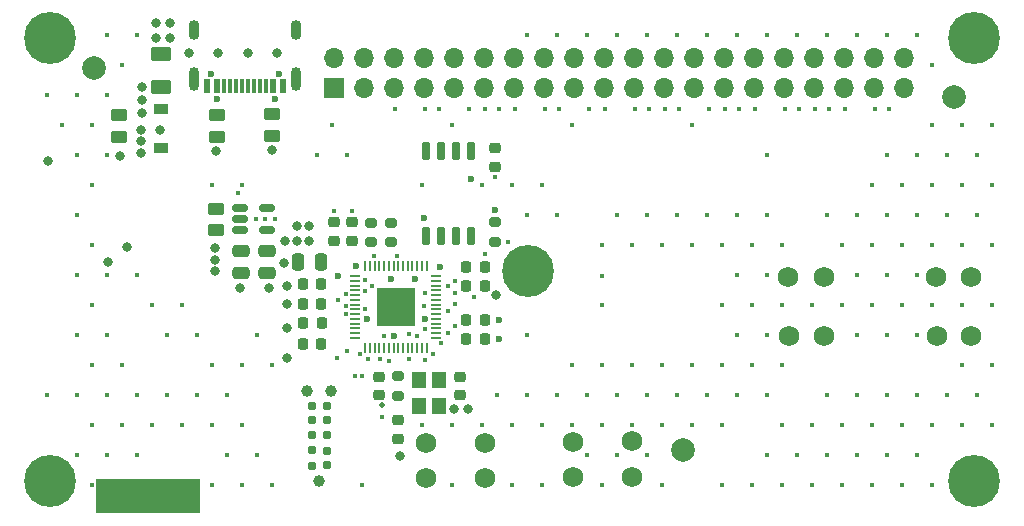
<source format=gbr>
%TF.GenerationSoftware,KiCad,Pcbnew,(6.0.6)*%
%TF.CreationDate,2022-07-20T13:38:39+10:00*%
%TF.ProjectId,SolderingInduction,536f6c64-6572-4696-9e67-496e64756374,3.5.0*%
%TF.SameCoordinates,Original*%
%TF.FileFunction,Soldermask,Bot*%
%TF.FilePolarity,Negative*%
%FSLAX46Y46*%
G04 Gerber Fmt 4.6, Leading zero omitted, Abs format (unit mm)*
G04 Created by KiCad (PCBNEW (6.0.6)) date 2022-07-20 13:38:39*
%MOMM*%
%LPD*%
G01*
G04 APERTURE LIST*
G04 Aperture macros list*
%AMRoundRect*
0 Rectangle with rounded corners*
0 $1 Rounding radius*
0 $2 $3 $4 $5 $6 $7 $8 $9 X,Y pos of 4 corners*
0 Add a 4 corners polygon primitive as box body*
4,1,4,$2,$3,$4,$5,$6,$7,$8,$9,$2,$3,0*
0 Add four circle primitives for the rounded corners*
1,1,$1+$1,$2,$3*
1,1,$1+$1,$4,$5*
1,1,$1+$1,$6,$7*
1,1,$1+$1,$8,$9*
0 Add four rect primitives between the rounded corners*
20,1,$1+$1,$2,$3,$4,$5,0*
20,1,$1+$1,$4,$5,$6,$7,0*
20,1,$1+$1,$6,$7,$8,$9,0*
20,1,$1+$1,$8,$9,$2,$3,0*%
G04 Aperture macros list end*
%ADD10C,4.400000*%
%ADD11C,1.750000*%
%ADD12C,0.990600*%
%ADD13C,0.787400*%
%ADD14R,1.700000X1.700000*%
%ADD15O,1.700000X1.700000*%
%ADD16RoundRect,0.200000X-0.275000X0.200000X-0.275000X-0.200000X0.275000X-0.200000X0.275000X0.200000X0*%
%ADD17RoundRect,0.250000X-0.450000X0.262500X-0.450000X-0.262500X0.450000X-0.262500X0.450000X0.262500X0*%
%ADD18RoundRect,0.250000X0.450000X-0.262500X0.450000X0.262500X-0.450000X0.262500X-0.450000X-0.262500X0*%
%ADD19RoundRect,0.225000X-0.250000X0.225000X-0.250000X-0.225000X0.250000X-0.225000X0.250000X0.225000X0*%
%ADD20RoundRect,0.150000X0.150000X-0.650000X0.150000X0.650000X-0.150000X0.650000X-0.150000X-0.650000X0*%
%ADD21RoundRect,0.225000X-0.225000X-0.250000X0.225000X-0.250000X0.225000X0.250000X-0.225000X0.250000X0*%
%ADD22RoundRect,0.225000X0.225000X0.250000X-0.225000X0.250000X-0.225000X-0.250000X0.225000X-0.250000X0*%
%ADD23R,1.200000X1.400000*%
%ADD24RoundRect,0.225000X0.250000X-0.225000X0.250000X0.225000X-0.250000X0.225000X-0.250000X-0.225000X0*%
%ADD25RoundRect,0.250000X-0.475000X0.250000X-0.475000X-0.250000X0.475000X-0.250000X0.475000X0.250000X0*%
%ADD26RoundRect,0.200000X0.275000X-0.200000X0.275000X0.200000X-0.275000X0.200000X-0.275000X-0.200000X0*%
%ADD27R,1.200000X0.900000*%
%ADD28C,2.000000*%
%ADD29RoundRect,0.050000X0.387500X0.050000X-0.387500X0.050000X-0.387500X-0.050000X0.387500X-0.050000X0*%
%ADD30RoundRect,0.050000X0.050000X0.387500X-0.050000X0.387500X-0.050000X-0.387500X0.050000X-0.387500X0*%
%ADD31R,3.200000X3.200000*%
%ADD32C,0.600000*%
%ADD33R,0.600000X1.160000*%
%ADD34R,0.300000X1.160000*%
%ADD35O,0.900000X2.000000*%
%ADD36O,0.900000X1.700000*%
%ADD37RoundRect,0.250000X-0.625000X0.375000X-0.625000X-0.375000X0.625000X-0.375000X0.625000X0.375000X0*%
%ADD38RoundRect,0.150000X-0.512500X-0.150000X0.512500X-0.150000X0.512500X0.150000X-0.512500X0.150000X0*%
%ADD39RoundRect,0.250000X0.250000X0.475000X-0.250000X0.475000X-0.250000X-0.475000X0.250000X-0.475000X0*%
%ADD40C,0.800000*%
%ADD41C,0.450000*%
%ADD42C,0.508000*%
G04 APERTURE END LIST*
G36*
X6625000Y-43050000D02*
G01*
X15425000Y-43050000D01*
X15425000Y-40150000D01*
X6625000Y-40150000D01*
X6625000Y-43050000D01*
G37*
D10*
%TO.C,H2*%
X80975000Y-2800000D03*
%TD*%
D11*
%TO.C,SW8*%
X77775000Y-28050000D03*
X77725000Y-23050000D03*
X80725000Y-23050000D03*
X80725000Y-28050000D03*
%TD*%
D10*
%TO.C,H4*%
X2750000Y-40300000D03*
%TD*%
%TO.C,H3*%
X43225000Y-22550000D03*
%TD*%
D11*
%TO.C,SW7*%
X65275000Y-28050000D03*
X65225000Y-23050000D03*
X68225000Y-23050000D03*
X68225000Y-28050000D03*
%TD*%
D10*
%TO.C,H5*%
X80975000Y-40300000D03*
%TD*%
D11*
%TO.C,SW6*%
X47025000Y-37000000D03*
X52025000Y-36950000D03*
X52025000Y-39950000D03*
X47025000Y-39950000D03*
%TD*%
D10*
%TO.C,H1*%
X2750000Y-2800000D03*
%TD*%
D12*
%TO.C,J2*%
X24509000Y-32640000D03*
X26541000Y-32640000D03*
X25525000Y-40260000D03*
D13*
X26160616Y-38989401D03*
X26160000Y-37720000D03*
X26160616Y-36449401D03*
X26160616Y-35179401D03*
X26160000Y-33910000D03*
X24890000Y-33910000D03*
X24890616Y-35179401D03*
X24890616Y-36449401D03*
X24890616Y-37719401D03*
X24890000Y-38990000D03*
%TD*%
D14*
%TO.C,J3*%
X26800000Y-7025000D03*
D15*
X26800000Y-4485000D03*
X29340000Y-7025000D03*
X29340000Y-4485000D03*
X31880000Y-7025000D03*
X31880000Y-4485000D03*
X34420000Y-7025000D03*
X34420000Y-4485000D03*
X36960000Y-7025000D03*
X36960000Y-4485000D03*
X39500000Y-7025000D03*
X39500000Y-4485000D03*
X42040000Y-7025000D03*
X42040000Y-4485000D03*
X44580000Y-7025000D03*
X44580000Y-4485000D03*
X47120000Y-7025000D03*
X47120000Y-4485000D03*
X49660000Y-7025000D03*
X49660000Y-4485000D03*
X52200000Y-7025000D03*
X52200000Y-4485000D03*
X54740000Y-7025000D03*
X54740000Y-4485000D03*
X57280000Y-7025000D03*
X57280000Y-4485000D03*
X59820000Y-7025000D03*
X59820000Y-4485000D03*
X62360000Y-7025000D03*
X62360000Y-4485000D03*
X64900000Y-7025000D03*
X64900000Y-4485000D03*
X67440000Y-7025000D03*
X67440000Y-4485000D03*
X69980000Y-7025000D03*
X69980000Y-4485000D03*
X72520000Y-7025000D03*
X72520000Y-4485000D03*
X75060000Y-7025000D03*
X75060000Y-4485000D03*
%TD*%
D11*
%TO.C,SW5*%
X39525000Y-37050000D03*
X34525000Y-37100000D03*
X39525000Y-40050000D03*
X34525000Y-40050000D03*
%TD*%
D16*
%TO.C,R3*%
X31625000Y-18425000D03*
X31625000Y-20075000D03*
%TD*%
D17*
%TO.C,R4*%
X21525000Y-9237500D03*
X21525000Y-11062500D03*
%TD*%
D16*
%TO.C,R2*%
X29925000Y-18425000D03*
X29925000Y-20075000D03*
%TD*%
D18*
%TO.C,R8*%
X16743750Y-19062500D03*
X16743750Y-17237500D03*
%TD*%
D19*
%TO.C,C7*%
X40425000Y-12125000D03*
X40425000Y-13675000D03*
%TD*%
D20*
%TO.C,U3*%
X38380000Y-19600000D03*
X37110000Y-19600000D03*
X35840000Y-19600000D03*
X34570000Y-19600000D03*
X34570000Y-12400000D03*
X35840000Y-12400000D03*
X37110000Y-12400000D03*
X38380000Y-12400000D03*
%TD*%
D21*
%TO.C,C14*%
X37980000Y-26660000D03*
X39530000Y-26660000D03*
%TD*%
%TO.C,C18*%
X37975000Y-23750000D03*
X39525000Y-23750000D03*
%TD*%
D22*
%TO.C,C11*%
X25700000Y-25300000D03*
X24150000Y-25300000D03*
%TD*%
%TO.C,C15*%
X25710000Y-26940000D03*
X24160000Y-26940000D03*
%TD*%
D19*
%TO.C,C6*%
X32200000Y-35175000D03*
X32200000Y-36725000D03*
%TD*%
D23*
%TO.C,Y1*%
X35675000Y-31750000D03*
X35675000Y-33950000D03*
X33975000Y-33950000D03*
X33975000Y-31750000D03*
%TD*%
D19*
%TO.C,C5*%
X37425000Y-31475000D03*
X37425000Y-33025000D03*
%TD*%
D24*
%TO.C,C9*%
X28325000Y-19950000D03*
X28325000Y-18400000D03*
%TD*%
D25*
%TO.C,C2*%
X18893750Y-20800000D03*
X18893750Y-22700000D03*
%TD*%
D26*
%TO.C,R6*%
X40425000Y-20025000D03*
X40425000Y-18375000D03*
%TD*%
D16*
%TO.C,R10*%
X32200000Y-31425000D03*
X32200000Y-33075000D03*
%TD*%
D27*
%TO.C,D2*%
X12125000Y-12100000D03*
X12125000Y-8800000D03*
%TD*%
D28*
%TO.C,FID3*%
X6475000Y-5300000D03*
%TD*%
%TO.C,FID1*%
X79225000Y-7800000D03*
%TD*%
D22*
%TO.C,C17*%
X25700000Y-28700000D03*
X24150000Y-28700000D03*
%TD*%
D17*
%TO.C,R7*%
X8550000Y-9337500D03*
X8550000Y-11162500D03*
%TD*%
D25*
%TO.C,C3*%
X21093750Y-20800000D03*
X21093750Y-22700000D03*
%TD*%
D28*
%TO.C,FID2*%
X56325000Y-37650000D03*
%TD*%
D19*
%TO.C,C10*%
X30600000Y-31485000D03*
X30600000Y-33035000D03*
%TD*%
D29*
%TO.C,U4*%
X35440317Y-22972183D03*
X35440317Y-23372183D03*
X35440317Y-23772183D03*
X35440317Y-24172183D03*
X35440317Y-24572183D03*
X35440317Y-24972183D03*
X35440317Y-25372183D03*
X35440317Y-25772183D03*
X35440317Y-26172183D03*
X35440317Y-26572183D03*
X35440317Y-26972183D03*
X35440317Y-27372183D03*
X35440317Y-27772183D03*
X35440317Y-28172183D03*
D30*
X34602817Y-29009683D03*
X34202817Y-29009683D03*
X33802817Y-29009683D03*
X33402817Y-29009683D03*
X33002817Y-29009683D03*
X32602817Y-29009683D03*
X32202817Y-29009683D03*
X31802817Y-29009683D03*
X31402817Y-29009683D03*
X31002817Y-29009683D03*
X30602817Y-29009683D03*
X30202817Y-29009683D03*
X29802817Y-29009683D03*
X29402817Y-29009683D03*
D29*
X28565317Y-28172183D03*
X28565317Y-27772183D03*
X28565317Y-27372183D03*
X28565317Y-26972183D03*
X28565317Y-26572183D03*
X28565317Y-26172183D03*
X28565317Y-25772183D03*
X28565317Y-25372183D03*
X28565317Y-24972183D03*
X28565317Y-24572183D03*
X28565317Y-24172183D03*
X28565317Y-23772183D03*
X28565317Y-23372183D03*
X28565317Y-22972183D03*
D30*
X29402817Y-22134683D03*
X29802817Y-22134683D03*
X30202817Y-22134683D03*
X30602817Y-22134683D03*
X31002817Y-22134683D03*
X31402817Y-22134683D03*
X31802817Y-22134683D03*
X32202817Y-22134683D03*
X32602817Y-22134683D03*
X33002817Y-22134683D03*
X33402817Y-22134683D03*
X33802817Y-22134683D03*
X34202817Y-22134683D03*
X34602817Y-22134683D03*
D31*
X32002817Y-25572183D03*
%TD*%
D32*
%TO.C,J1*%
X16335000Y-5825000D03*
X22115000Y-5825000D03*
D33*
X16025000Y-6885000D03*
X16825000Y-6885000D03*
D34*
X17975000Y-6885000D03*
X18975000Y-6885000D03*
X19475000Y-6885000D03*
X20475000Y-6885000D03*
D33*
X21625000Y-6885000D03*
X22425000Y-6885000D03*
X22425000Y-6885000D03*
X21625000Y-6885000D03*
D34*
X20975000Y-6885000D03*
X19975000Y-6885000D03*
X18475000Y-6885000D03*
X17475000Y-6885000D03*
D33*
X16825000Y-6885000D03*
X16025000Y-6885000D03*
D35*
X14905000Y-6305000D03*
D36*
X14905000Y-2135000D03*
X23545000Y-2135000D03*
D35*
X23545000Y-6305000D03*
%TD*%
D37*
%TO.C,F1*%
X12125000Y-4150000D03*
X12125000Y-6950000D03*
%TD*%
D22*
%TO.C,C12*%
X25700000Y-23650000D03*
X24150000Y-23650000D03*
%TD*%
D21*
%TO.C,C13*%
X37975000Y-22150000D03*
X39525000Y-22150000D03*
%TD*%
%TO.C,C16*%
X37975000Y-28300000D03*
X39525000Y-28300000D03*
%TD*%
D17*
%TO.C,R5*%
X16825000Y-9337500D03*
X16825000Y-11162500D03*
%TD*%
D38*
%TO.C,U1*%
X18806250Y-19050000D03*
X18806250Y-18100000D03*
X18806250Y-17150000D03*
X21081250Y-17150000D03*
X21081250Y-19050000D03*
%TD*%
D39*
%TO.C,C4*%
X25650000Y-21800000D03*
X23750000Y-21800000D03*
%TD*%
D24*
%TO.C,C8*%
X26725000Y-19950000D03*
X26725000Y-18400000D03*
%TD*%
D40*
X24625000Y-18750000D03*
D32*
X31805000Y-27990000D03*
D40*
X24625000Y-19950000D03*
D32*
X35725000Y-22160000D03*
X28585000Y-22130000D03*
X31625000Y-23170000D03*
X27125000Y-22970000D03*
X33600000Y-23175000D03*
D40*
X2525000Y-13250000D03*
D32*
X38325000Y-14750000D03*
D40*
X23625000Y-18750000D03*
D32*
X40425000Y-17380000D03*
D40*
X23625000Y-19950000D03*
X22625000Y-19950000D03*
D32*
X29515000Y-26570000D03*
X34465000Y-26570000D03*
D41*
X27775000Y-25447183D03*
X40745000Y-8775000D03*
D40*
X10475000Y-6950000D03*
X10475000Y-8050000D03*
X10475000Y-9150000D03*
D41*
X27862500Y-29262500D03*
X30625000Y-29950000D03*
X31000000Y-28025000D03*
X30825000Y-34850000D03*
D40*
X21975000Y-4050000D03*
X11650000Y-2800000D03*
D32*
X21800000Y-7925000D03*
D40*
X19475000Y-4050000D03*
X12900000Y-2800000D03*
X16975000Y-4050000D03*
D32*
X16825000Y-7975000D03*
D40*
X12900000Y-1550000D03*
X11650000Y-1550000D03*
X14475000Y-4050000D03*
D41*
X37025000Y-23350000D03*
X31400000Y-30125000D03*
X32125000Y-21250000D03*
X30125000Y-21250000D03*
X45645000Y-33030000D03*
X43110400Y-2547200D03*
X55805000Y-33030000D03*
X6275000Y-10170000D03*
X62155000Y-25410000D03*
X46915000Y-35570000D03*
X46915000Y-10170000D03*
X20245000Y-27950000D03*
X49455000Y-25410000D03*
X10085000Y-2550000D03*
X72315000Y-20330000D03*
X6275000Y-35570000D03*
X33272817Y-24302183D03*
X73585000Y-12710000D03*
X82475000Y-30490000D03*
X53270400Y-2547200D03*
X63425000Y-33030000D03*
X82475000Y-20330000D03*
X41835000Y-35570000D03*
X18975000Y-30490000D03*
X71045000Y-27950000D03*
X48190400Y-2547200D03*
X63425000Y-22870000D03*
X6275000Y-40650000D03*
X25325000Y-12710000D03*
X73585000Y-2550000D03*
X58345000Y-17790000D03*
X50730400Y-2547200D03*
X74855000Y-15250000D03*
X2465000Y-33030000D03*
X74855000Y-40650000D03*
X62155000Y-20330000D03*
X32002817Y-24302183D03*
D40*
X36945000Y-34180000D03*
D41*
X59615000Y-25410000D03*
D40*
X21225000Y-23950000D03*
D41*
X57075000Y-35570000D03*
D40*
X18825000Y-23950000D03*
D41*
X79935000Y-35570000D03*
X28275000Y-17450000D03*
X77395000Y-15250000D03*
X72315000Y-35570000D03*
X10085000Y-38110000D03*
X54535000Y-40650000D03*
X82475000Y-35570000D03*
X54535000Y-20330000D03*
X44375000Y-15250000D03*
X67235000Y-35570000D03*
X30732817Y-26842183D03*
X51995000Y-35570000D03*
X64695000Y-20330000D03*
X79935000Y-15250000D03*
X39295000Y-15250000D03*
X78665000Y-17790000D03*
X48185000Y-38110000D03*
X60885000Y-33030000D03*
X34215000Y-35570000D03*
X12625000Y-33030000D03*
X59615000Y-20330000D03*
X11355000Y-25410000D03*
X36755000Y-35570000D03*
X49455000Y-35570000D03*
X16435000Y-15250000D03*
X21515000Y-30490000D03*
X45650400Y-2547200D03*
X58345000Y-33030000D03*
X16435000Y-40650000D03*
X77395000Y-20330000D03*
X53265000Y-17790000D03*
X69775000Y-35570000D03*
X68515000Y-33030000D03*
X65965000Y-2550000D03*
D40*
X9225000Y-20450000D03*
D41*
X27025000Y-29850000D03*
X8815000Y-30490000D03*
X71045000Y-17790000D03*
X62155000Y-40650000D03*
X77395000Y-25410000D03*
D40*
X22525000Y-21850000D03*
D41*
X60885000Y-17790000D03*
X27865000Y-12710000D03*
D40*
X22825000Y-23750000D03*
D41*
X12625000Y-27950000D03*
X20925000Y-18100000D03*
X63425000Y-38110000D03*
X54535000Y-30490000D03*
X51995000Y-20330000D03*
X29125000Y-31400000D03*
X45645000Y-17790000D03*
X6275000Y-20330000D03*
X26595000Y-10170000D03*
X49455000Y-20330000D03*
X74855000Y-35570000D03*
X57075000Y-10170000D03*
X16435000Y-30490000D03*
X41835000Y-15250000D03*
X60885000Y-2550000D03*
X5005000Y-7630000D03*
X82475000Y-15250000D03*
X76125000Y-17790000D03*
X29135000Y-40650000D03*
X16435000Y-35570000D03*
X31900000Y-8775000D03*
X58350000Y-2550000D03*
X54535000Y-35570000D03*
X67235000Y-40650000D03*
X17705000Y-33030000D03*
X5005000Y-38110000D03*
X17705000Y-38110000D03*
X63425000Y-27950000D03*
X74855000Y-20330000D03*
X33272817Y-25572183D03*
X7555000Y-7630000D03*
X43105000Y-33030000D03*
X28525000Y-31400000D03*
X55805000Y-17790000D03*
X68505000Y-38110000D03*
X78665000Y-12710000D03*
D32*
X40750000Y-28300000D03*
D41*
X34215000Y-15250000D03*
X57075000Y-20330000D03*
X76125000Y-27950000D03*
X33125000Y-29950000D03*
X72315000Y-15250000D03*
X73585000Y-17790000D03*
D40*
X22825000Y-27350000D03*
D41*
X6275000Y-30490000D03*
X5005000Y-27950000D03*
X20245000Y-38110000D03*
X73585000Y-27950000D03*
X64695000Y-40650000D03*
X5005000Y-12710000D03*
D40*
X22825000Y-25350000D03*
D41*
X62155000Y-30490000D03*
X51995000Y-30490000D03*
X49455000Y-30490000D03*
X30732817Y-24302183D03*
X71045000Y-22870000D03*
X71055000Y-33030000D03*
X50725000Y-38110000D03*
X36755000Y-10170000D03*
X57075000Y-30490000D03*
X5005000Y-22870000D03*
X40425000Y-14600000D03*
X71045000Y-2550000D03*
D40*
X32350000Y-38150000D03*
D41*
X5005000Y-33030000D03*
D40*
X21550000Y-12300000D03*
D41*
X18975000Y-40650000D03*
X43105000Y-17790000D03*
X71045000Y-38110000D03*
X79935000Y-10170000D03*
X82475000Y-25410000D03*
D40*
X16800000Y-12400000D03*
D41*
X7545000Y-27950000D03*
X36755000Y-40650000D03*
X63425000Y-2550000D03*
X81205000Y-12710000D03*
X55810400Y-2547200D03*
X15165000Y-33030000D03*
X43105000Y-27950000D03*
X13895000Y-25410000D03*
X50725000Y-33030000D03*
X8815000Y-35570000D03*
X72315000Y-25410000D03*
X77395000Y-5090000D03*
X33272817Y-26842183D03*
X78675000Y-33030000D03*
X18975000Y-15250000D03*
X77395000Y-35570000D03*
X39295000Y-35570000D03*
X72315000Y-40650000D03*
X76125000Y-38110000D03*
X6275000Y-15250000D03*
X53265000Y-38110000D03*
X40565000Y-33030000D03*
X5005000Y-17790000D03*
X49455000Y-40650000D03*
X6275000Y-25410000D03*
D40*
X22825000Y-29850000D03*
D41*
X10085000Y-22870000D03*
X76135000Y-33030000D03*
X81215000Y-33030000D03*
X44375000Y-35570000D03*
X44375000Y-40650000D03*
D40*
X8650000Y-12800000D03*
D41*
X64695000Y-35570000D03*
X30732817Y-25572183D03*
X32002817Y-25572183D03*
X41835000Y-40650000D03*
X60885000Y-27950000D03*
X69775000Y-20330000D03*
X20125000Y-18100000D03*
X67235000Y-25410000D03*
X79935000Y-25410000D03*
X39525000Y-21050000D03*
X63425000Y-12710000D03*
D40*
X38125000Y-34180000D03*
D41*
X7545000Y-2550000D03*
X32002817Y-26842183D03*
D32*
X34350000Y-18025000D03*
D41*
X76125000Y-12710000D03*
X18975000Y-35570000D03*
X69775000Y-40650000D03*
X59615000Y-40650000D03*
X13895000Y-35570000D03*
X64695000Y-30490000D03*
D42*
X30825000Y-33850000D03*
D41*
X7545000Y-22870000D03*
X59615000Y-30490000D03*
X46915000Y-30490000D03*
X65965000Y-38110000D03*
X79935000Y-30490000D03*
D40*
X40475000Y-24550000D03*
D41*
X48185000Y-33030000D03*
X50725000Y-17790000D03*
X7545000Y-33030000D03*
X82475000Y-10170000D03*
X7545000Y-12710000D03*
X73595000Y-33030000D03*
X15165000Y-27950000D03*
D32*
X40750000Y-26650000D03*
D41*
X73585000Y-22870000D03*
X74855000Y-25410000D03*
X59615000Y-35570000D03*
X68505000Y-2550000D03*
X63425000Y-17790000D03*
X21725000Y-18100000D03*
X76125000Y-2550000D03*
X7545000Y-38110000D03*
X26725000Y-17450000D03*
X64695000Y-25410000D03*
X76125000Y-22870000D03*
X10085000Y-33030000D03*
X69775000Y-25410000D03*
X68505000Y-17790000D03*
D40*
X7625000Y-21750000D03*
D41*
X77395000Y-40650000D03*
X73585000Y-38110000D03*
X11355000Y-35570000D03*
X2465000Y-7630000D03*
X3735000Y-10170000D03*
X60885000Y-22870000D03*
X49415000Y-22960000D03*
X79935000Y-20330000D03*
X8815000Y-5090000D03*
X81205000Y-17790000D03*
X53265000Y-33030000D03*
X21515000Y-40650000D03*
X77395000Y-10170000D03*
X34440000Y-8775000D03*
X27775000Y-24497183D03*
X29350000Y-24247183D03*
X35665000Y-8775000D03*
X30000000Y-23772183D03*
X45825000Y-8775000D03*
X29350000Y-23297183D03*
X44600000Y-8775000D03*
X27775000Y-26172183D03*
X29350000Y-25775000D03*
X33125000Y-27850000D03*
X70000000Y-8775000D03*
X68685000Y-8775000D03*
X33825000Y-28050000D03*
X39520000Y-8775000D03*
X38205000Y-8775000D03*
X27125000Y-24972183D03*
X42060000Y-8775000D03*
X52220000Y-8775000D03*
X36425000Y-23750000D03*
X53445000Y-8775000D03*
X37025000Y-24350000D03*
X38625000Y-24750000D03*
X54760000Y-8775000D03*
X48365000Y-8775000D03*
X34425000Y-24350000D03*
X37025000Y-25350000D03*
X55985000Y-8775000D03*
X36450000Y-25875000D03*
X58525000Y-8775000D03*
X49680000Y-8775000D03*
X34410000Y-25480000D03*
X64920000Y-8775000D03*
X34425000Y-27450000D03*
X37025000Y-27200000D03*
X59840000Y-8775000D03*
X61065000Y-8775000D03*
X36425000Y-27750000D03*
X62380000Y-8775000D03*
X35825000Y-28650000D03*
X66145000Y-8775000D03*
X35125000Y-29550000D03*
X67460000Y-8775000D03*
X34425000Y-30050000D03*
X29625000Y-29950000D03*
X72540000Y-8775000D03*
X73765000Y-8775000D03*
X28925000Y-29550000D03*
X41525000Y-20050000D03*
D40*
X16725000Y-20550000D03*
X16725000Y-22550000D03*
X10425000Y-10550000D03*
X10425000Y-12550000D03*
X12025000Y-10550000D03*
X10425000Y-11550000D03*
X16725000Y-21550000D03*
D41*
X18625000Y-15950000D03*
M02*

</source>
